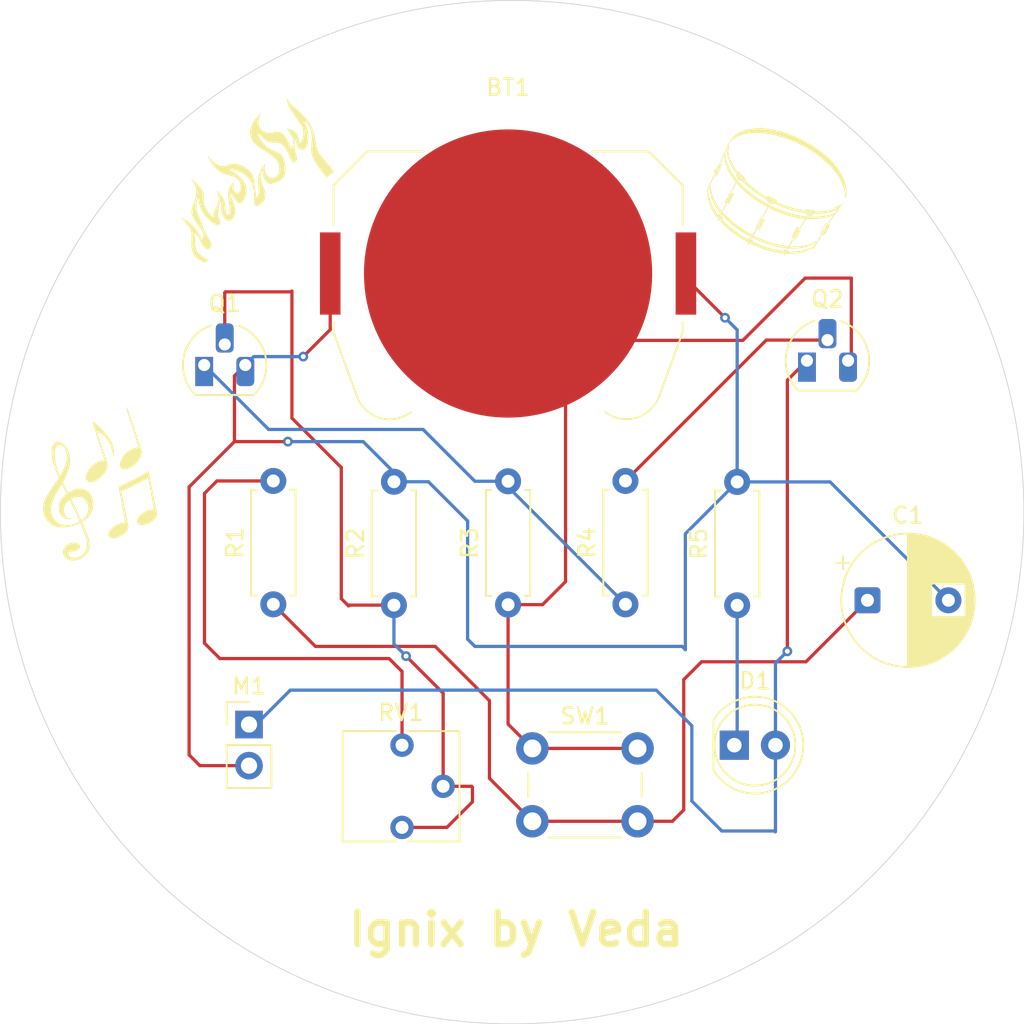
<source format=kicad_pcb>
(kicad_pcb (version 20241229) (generator "pcbnew") (generator_version "9.0")
  (layers (0 "F.Cu" signal) (2 "B.Cu" signal) (13 "F.Paste" user) (15 "B.Paste" user) (5 "F.SilkS" user "F.Silkscreen") (7 "B.SilkS" user "B.Silkscreen") (1 "F.Mask" user) (3 "B.Mask" user) (25 "Edge.Cuts" user))
  (net 0 "")
  (net 1 "Net-(BT1-+)")
  (net 2 "Net-(BT1--)")
  (net 3 "Net-(C1-Pad1)")
  (net 4 "Net-(D1-K)")
  (net 5 "Net-(D1-A)")
  (net 6 "Net-(Q1-C)")
  (net 7 "Net-(Q1-B)")
  (net 8 "Net-(Q2-B)")
  (net 9 "Net-(R1-Pad2)")
  (footprint "Battery:BatteryHolder_Keystone_3034_1x20mm" (layer "F.Cu") (at 124.7 73.81875)
    (property "Reference" "BT1" (at 0 -11.5 0) (layer "F.SilkS"))
    (property "Value" "Battery_Cell")
    (pad "1" smd rect (at -10.985 0) (size 1.27 5.08) (layers "F.Cu" "F.Mask" "F.Paste") (net 1 "Net-(BT1-+)"))
    (pad "1" smd rect (at 10.985 0) (size 1.27 5.08) (layers "F.Cu" "F.Mask" "F.Paste") (net 1 "Net-(BT1-+)"))
    (pad "2" smd circle (at 0 0) (size 17.8 17.8) (layers "F.Cu" "F.Mask") (net 2 "Net-(BT1--)"))
  )
  (footprint "Resistor_THT:R_Axial_DIN0207_L6.3mm_D2.5mm_P7.62mm_Horizontal" (layer "F.Cu") (at 124.7 94.27 90)
    (property "Reference" "R3" (at 3.81 -2.37 90) (layer "F.SilkS"))
    (property "Value" "4.7kΩ")
    (pad "1" thru_hole circle (at 0 0 90) (size 1.6 1.6) (drill 0.8) (layers "*.Cu" "*.Mask") (net 2 "Net-(BT1--)"))
    (pad "2" thru_hole circle (at 7.62 0 90) (size 1.6 1.6) (drill 0.8) (layers "*.Cu" "*.Mask") (net 6 "Net-(Q1-C)"))
  )
  (footprint "Resistor_THT:R_Axial_DIN0207_L6.3mm_D2.5mm_P7.62mm_Horizontal" (layer "F.Cu") (at 138.85 94.31 90)
    (property "Reference" "R5" (at 3.81 -2.37 90) (layer "F.SilkS"))
    (property "Value" "220Ω")
    (pad "1" thru_hole circle (at 0 0 90) (size 1.6 1.6) (drill 0.8) (layers "*.Cu" "*.Mask") (net 4 "Net-(D1-K)"))
    (pad "2" thru_hole circle (at 7.62 0 90) (size 1.6 1.6) (drill 0.8) (layers "*.Cu" "*.Mask") (net 1 "Net-(BT1-+)"))
  )
  (footprint "Package_TO_SOT_THT:TO-92L_HandSolder" (layer "F.Cu") (at 143.16 79.2)
    (property "Reference" "Q2" (at 1.27 -3.8 0) (layer "F.SilkS"))
    (property "Value" "PNP")
    (pad "1" thru_hole rect (at 0 0) (size 1.1 1.8) (drill 0.75 (offset 0 0.4)) (layers "*.Cu" "*.Mask") (net 5 "Net-(D1-A)"))
    (pad "2" thru_hole roundrect (at 1.27 -1.27) (size 1.1 1.8) (drill 0.75 (offset 0 -0.4)) (layers "*.Cu" "*.Mask") (net 8 "Net-(Q2-B)"))
    (pad "3" thru_hole roundrect (at 2.54 0) (size 1.1 1.8) (drill 0.75 (offset 0 0.4)) (layers "*.Cu" "*.Mask") (net 2 "Net-(BT1--)"))
  )
  (footprint "Connector_PinHeader_2.54mm:PinHeader_1x02_P2.54mm_Vertical" (layer "F.Cu") (at 108.7 101.675)
    (property "Reference" "M1" (at 0 -2.38 0) (layer "F.SilkS"))
    (property "Value" "Motor_DC")
    (pad "1" thru_hole rect (at 0 0) (size 1.7 1.7) (drill 1) (layers "*.Cu" "*.Mask") (net 5 "Net-(D1-A)"))
    (pad "2" thru_hole circle (at 0 2.54) (size 1.7 1.7) (drill 1) (layers "*.Cu" "*.Mask") (net 1 "Net-(BT1-+)"))
  )
  (footprint "Package_TO_SOT_THT:TO-92L_HandSolder" (layer "F.Cu") (at 105.93 79.47)
    (property "Reference" "Q1" (at 1.27 -3.8 0) (layer "F.SilkS"))
    (property "Value" "NPN")
    (pad "1" thru_hole rect (at 0 0) (size 1.1 1.8) (drill 0.75 (offset 0 0.4)) (layers "*.Cu" "*.Mask") (net 6 "Net-(Q1-C)"))
    (pad "2" thru_hole roundrect (at 1.27 -1.27) (size 1.1 1.8) (drill 0.75 (offset 0 -0.4)) (layers "*.Cu" "*.Mask") (net 7 "Net-(Q1-B)"))
    (pad "3" thru_hole roundrect (at 2.54 0) (size 1.1 1.8) (drill 0.75 (offset 0 0.4)) (layers "*.Cu" "*.Mask") (net 1 "Net-(BT1-+)"))
  )
  (footprint "LOGO" (layer "F.Cu") (at 141.3 68.75 63)
    (property "Reference" "G***" (hide yes))
    (property "Value" "LOGO" (hide yes))
  )
  (footprint "Button_Switch_THT:SW_PUSH_6mm" (layer "F.Cu") (at 126.2 103.15)
    (property "Reference" "SW1" (at 3.25 -2 0) (layer "F.SilkS"))
    (property "Value" "SW_Push")
    (pad "1" thru_hole circle (at 0 0 90) (size 2 2) (drill 1.1) (layers "*.Cu" "*.Mask") (net 2 "Net-(BT1--)"))
    (pad "1" thru_hole circle (at 6.5 0 90) (size 2 2) (drill 1.1) (layers "*.Cu" "*.Mask") (net 2 "Net-(BT1--)"))
    (pad "2" thru_hole circle (at 0 4.5 90) (size 2 2) (drill 1.1) (layers "*.Cu" "*.Mask") (net 3 "Net-(C1-Pad1)"))
    (pad "2" thru_hole circle (at 6.5 4.5 90) (size 2 2) (drill 1.1) (layers "*.Cu" "*.Mask") (net 3 "Net-(C1-Pad1)"))
  )
  (footprint "Resistor_THT:R_Axial_DIN0207_L6.3mm_D2.5mm_P7.62mm_Horizontal" (layer "F.Cu") (at 110.2 94.25 90)
    (property "Reference" "R1" (at 3.81 -2.37 90) (layer "F.SilkS"))
    (property "Value" "4.7kΩ")
    (pad "1" thru_hole circle (at 0 0 90) (size 1.6 1.6) (drill 0.8) (layers "*.Cu" "*.Mask") (net 3 "Net-(C1-Pad1)"))
    (pad "2" thru_hole circle (at 7.62 0 90) (size 1.6 1.6) (drill 0.8) (layers "*.Cu" "*.Mask") (net 9 "Net-(R1-Pad2)"))
  )
  (footprint "LOGO" (layer "F.Cu") (at 108.45 68 35)
    (property "Reference" "G***" (hide yes))
    (property "Value" "LOGO" (hide yes))
  )
  (footprint "Resistor_THT:R_Axial_DIN0207_L6.3mm_D2.5mm_P7.62mm_Horizontal" (layer "F.Cu") (at 117.65 94.3 90)
    (property "Reference" "R2" (at 3.81 -2.37 90) (layer "F.SilkS"))
    (property "Value" "47kΩ")
    (pad "1" thru_hole circle (at 0 0 90) (size 1.6 1.6) (drill 0.8) (layers "*.Cu" "*.Mask") (net 7 "Net-(Q1-B)"))
    (pad "2" thru_hole circle (at 7.62 0 90) (size 1.6 1.6) (drill 0.8) (layers "*.Cu" "*.Mask") (net 1 "Net-(BT1-+)"))
  )
  (footprint "LOGO" (layer "F.Cu") (at 99.186885 87.025786 20)
    (property "Reference" "G***" (hide yes))
    (property "Value" "LOGO" (hide yes))
  )
  (footprint "Resistor_THT:R_Axial_DIN0207_L6.3mm_D2.5mm_P7.62mm_Horizontal" (layer "F.Cu") (at 131.95 94.25 90)
    (property "Reference" "R4" (at 3.81 -2.37 90) (layer "F.SilkS"))
    (property "Value" "4.7kΩ")
    (pad "1" thru_hole circle (at 0 0 90) (size 1.6 1.6) (drill 0.8) (layers "*.Cu" "*.Mask") (net 6 "Net-(Q1-C)"))
    (pad "2" thru_hole circle (at 7.62 0 90) (size 1.6 1.6) (drill 0.8) (layers "*.Cu" "*.Mask") (net 8 "Net-(Q2-B)"))
  )
  (footprint "LED_THT:LED_D5.0mm" (layer "F.Cu") (at 138.675 102.95)
    (property "Reference" "D1" (at 1.27 -3.96 0) (layer "F.SilkS"))
    (property "Value" "LED")
    (pad "1" thru_hole rect (at 0 0) (size 1.8 1.8) (drill 0.9) (layers "*.Cu" "*.Mask") (net 4 "Net-(D1-K)"))
    (pad "2" thru_hole circle (at 2.54 0) (size 1.8 1.8) (drill 0.9) (layers "*.Cu" "*.Mask") (net 5 "Net-(D1-A)"))
  )
  (footprint "Potentiometer_THT:Potentiometer_Vishay_T73YP_Vertical" (layer "F.Cu") (at 118.15 108.03)
    (property "Reference" "RV1" (at -0.06 -7.09 0) (layer "F.SilkS"))
    (property "Value" "47kΩ")
    (pad "1" thru_hole circle (at 0 0) (size 1.44 1.44) (drill 0.8) (layers "*.Cu" "*.Mask") (net 7 "Net-(Q1-B)"))
    (pad "2" thru_hole circle (at 2.54 -2.54) (size 1.44 1.44) (drill 0.8) (layers "*.Cu" "*.Mask") (net 7 "Net-(Q1-B)"))
    (pad "3" thru_hole circle (at 0 -5.08) (size 1.44 1.44) (drill 0.8) (layers "*.Cu" "*.Mask") (net 9 "Net-(R1-Pad2)"))
  )
  (footprint "Capacitor_THT:CP_Radial_D8.0mm_P5.00mm" (layer "F.Cu") (at 146.897349 94)
    (property "Reference" "C1" (at 2.5 -5.25 0) (layer "F.SilkS"))
    (property "Value" "10µF")
    (pad "1" thru_hole roundrect (at 0 0) (size 1.6 1.6) (drill 0.8) (layers "*.Cu" "*.Mask") (roundrect_rratio 0.15625) (net 3 "Net-(C1-Pad1)"))
    (pad "2" thru_hole circle (at 5 0) (size 1.6 1.6) (drill 0.8) (layers "*.Cu" "*.Mask") (net 1 "Net-(BT1-+)"))
  )
  (gr_circle (center 124.95 88.555696) (end 156.55 89.155696) (stroke (width 0.05)) (fill no) (layer "Edge.Cuts"))
  (gr_text "Ignix by Veda" (at 114.65 115.5 0) (layer "F.SilkS") (effects (font (size 2 2) (thickness 0.4) (bold yes)) (justify left bottom)))
  (segment (start 108.7 104.215) (end 105.665 104.215) (width 0.2) (layer "F.Cu") (net 1))
  (segment (start 105 87) (end 107.55 84.45) (width 0.2) (layer "F.Cu") (net 1))
  (segment (start 105 103.55) (end 105 87) (width 0.2) (layer "F.Cu") (net 1))
  (segment (start 107.8 80.14) (end 107.8 84.2) (width 0.2) (layer "F.Cu") (net 1))
  (segment (start 107.55 84.45) (end 107.8 84.2) (width 0.2) (layer "F.Cu") (net 1))
  (segment (start 108.47 79.47) (end 107.8 80.14) (width 0.2) (layer "F.Cu") (net 1))
  (segment (start 107.8 84.2) (end 111.1 84.2) (width 0.2) (layer "F.Cu") (net 1))
  (segment (start 135.685 74.135) (end 135.685 73.81875) (width 0.2) (layer "F.Cu") (net 1))
  (segment (start 138.1 76.55) (end 135.685 74.135) (width 0.2) (layer "F.Cu") (net 1))
  (segment (start 113.715 73.81875) (end 113.715 77.285) (width 0.2) (layer "F.Cu") (net 1))
  (segment (start 105.665 104.215) (end 105 103.55) (width 0.2) (layer "F.Cu") (net 1))
  (segment (start 113.715 77.285) (end 112.05 78.95) (width 0.2) (layer "F.Cu") (net 1))
  (via (at 138.1 76.55) (size 0.6) (drill 0.3) (layers "F.Cu" "B.Cu") (net 1))
  (via (at 111.1 84.2) (size 0.6) (drill 0.3) (layers "F.Cu" "B.Cu") (net 1))
  (via (at 112.05 78.95) (size 0.6) (drill 0.3) (layers "F.Cu" "B.Cu") (net 1))
  (segment (start 117.65 86.68) (end 119.78 86.68) (width 0.2) (layer "B.Cu") (net 1))
  (segment (start 144.587349 86.69) (end 138.85 86.69) (width 0.2) (layer "B.Cu") (net 1))
  (segment (start 138.85 77.3) (end 138.1 76.55) (width 0.2) (layer "B.Cu") (net 1))
  (segment (start 138.85 86.69) (end 138.85 77.3) (width 0.2) (layer "B.Cu") (net 1))
  (segment (start 119.78 86.68) (end 122.2 89.1) (width 0.2) (layer "B.Cu") (net 1))
  (segment (start 122.65 96.85) (end 135.45 96.85) (width 0.2) (layer "B.Cu") (net 1))
  (segment (start 135.65 89.89) (end 138.85 86.69) (width 0.2) (layer "B.Cu") (net 1))
  (segment (start 151.897349 94) (end 144.587349 86.69) (width 0.2) (layer "B.Cu") (net 1))
  (segment (start 135.45 96.85) (end 135.65 97.05) (width 0.2) (layer "B.Cu") (net 1))
  (segment (start 112.05 78.95) (end 108.99 78.95) (width 0.2) (layer "B.Cu") (net 1))
  (segment (start 117.65 86.1) (end 117.65 86.68) (width 0.2) (layer "B.Cu") (net 1))
  (segment (start 122.2 89.1) (end 122.2 96.4) (width 0.2) (layer "B.Cu") (net 1))
  (segment (start 111.1 84.2) (end 115.75 84.2) (width 0.2) (layer "B.Cu") (net 1))
  (segment (start 115.75 84.2) (end 117.65 86.1) (width 0.2) (layer "B.Cu") (net 1))
  (segment (start 122.2 96.4) (end 122.65 96.85) (width 0.2) (layer "B.Cu") (net 1))
  (segment (start 108.99 78.95) (end 108.47 79.47) (width 0.2) (layer "B.Cu") (net 1))
  (segment (start 135.65 97.05) (end 135.65 89.89) (width 0.2) (layer "B.Cu") (net 1))
  (segment (start 126.83 94.27) (end 128.25 92.85) (width 0.2) (layer "F.Cu") (net 2))
  (segment (start 143.05 74.1) (end 145.9 74.1) (width 0.2) (layer "F.Cu") (net 2))
  (segment (start 128.25 92.85) (end 128.25 77.36875) (width 0.2) (layer "F.Cu") (net 2))
  (segment (start 145.9 74.1) (end 145.9 79) (width 0.2) (layer "F.Cu") (net 2))
  (segment (start 124.7 101.65) (end 124.7 94.27) (width 0.2) (layer "F.Cu") (net 2))
  (segment (start 145.9 79) (end 145.7 79.2) (width 0.2) (layer "F.Cu") (net 2))
  (segment (start 126.2 103.15) (end 124.7 101.65) (width 0.2) (layer "F.Cu") (net 2))
  (segment (start 126.2 103.15) (end 132.7 103.15) (width 0.2) (layer "F.Cu") (net 2))
  (segment (start 124.7 73.81875) (end 128.83125 77.95) (width 0.2) (layer "F.Cu") (net 2))
  (segment (start 128.25 77.36875) (end 124.7 73.81875) (width 0.2) (layer "F.Cu") (net 2))
  (segment (start 124.7 94.27) (end 126.83 94.27) (width 0.2) (layer "F.Cu") (net 2))
  (segment (start 128.83125 77.95) (end 139.2 77.95) (width 0.2) (layer "F.Cu") (net 2))
  (segment (start 139.2 77.95) (end 143.05 74.1) (width 0.2) (layer "F.Cu") (net 2))
  (segment (start 143.097349 97.8) (end 146.897349 94) (width 0.2) (layer "F.Cu") (net 3))
  (segment (start 136.65 97.8) (end 143.097349 97.8) (width 0.2) (layer "F.Cu") (net 3))
  (segment (start 135.55 98.9) (end 136.65 97.8) (width 0.2) (layer "F.Cu") (net 3))
  (segment (start 123.55 105) (end 126.2 107.65) (width 0.2) (layer "F.Cu") (net 3))
  (segment (start 120.2 96.85) (end 123.55 100.2) (width 0.2) (layer "F.Cu") (net 3))
  (segment (start 132.7 107.65) (end 134.85 107.65) (width 0.2) (layer "F.Cu") (net 3))
  (segment (start 123.55 100.2) (end 123.55 105) (width 0.2) (layer "F.Cu") (net 3))
  (segment (start 112.8 96.85) (end 120.2 96.85) (width 0.2) (layer "F.Cu") (net 3))
  (segment (start 135.55 106.95) (end 135.55 98.9) (width 0.2) (layer "F.Cu") (net 3))
  (segment (start 126.2 107.65) (end 132.7 107.65) (width 0.2) (layer "F.Cu") (net 3))
  (segment (start 134.85 107.65) (end 135.55 106.95) (width 0.2) (layer "F.Cu") (net 3))
  (segment (start 110.2 94.25) (end 112.8 96.85) (width 0.2) (layer "F.Cu") (net 3))
  (segment (start 138.85 102.775) (end 138.675 102.95) (width 0.2) (layer "B.Cu") (net 4))
  (segment (start 138.85 94.31) (end 138.85 102.775) (width 0.2) (layer "B.Cu") (net 4))
  (segment (start 141.95 80.41) (end 141.95 97.15) (width 0.2) (layer "F.Cu") (net 5))
  (segment (start 143.16 79.2) (end 141.95 80.41) (width 0.2) (layer "F.Cu") (net 5))
  (via (at 141.95 97.15) (size 0.6) (drill 0.3) (layers "F.Cu" "B.Cu") (net 5))
  (segment (start 141.15 108.25) (end 141.2 108.3) (width 0.2) (layer "B.Cu") (net 5))
  (segment (start 141.2 108.3) (end 141.215 108.285) (width 0.2) (layer "B.Cu") (net 5))
  (segment (start 141.215 108.285) (end 141.215 102.95) (width 0.2) (layer "B.Cu") (net 5))
  (segment (start 141.215 97.885) (end 141.215 102.95) (width 0.2) (layer "B.Cu") (net 5))
  (segment (start 136.05 101.75) (end 136.05 106.4) (width 0.2) (layer "B.Cu") (net 5))
  (segment (start 133.85 99.55) (end 136.05 101.75) (width 0.2) (layer "B.Cu") (net 5))
  (segment (start 136.05 106.4) (end 137.9 108.25) (width 0.2) (layer "B.Cu") (net 5))
  (segment (start 137.9 108.25) (end 141.15 108.25) (width 0.2) (layer "B.Cu") (net 5))
  (segment (start 141.95 97.15) (end 141.215 97.885) (width 0.2) (layer "B.Cu") (net 5))
  (segment (start 108.7 101.675) (end 109.125 101.675) (width 0.2) (layer "B.Cu") (net 5))
  (segment (start 111.25 99.55) (end 133.85 99.55) (width 0.2) (layer "B.Cu") (net 5))
  (segment (start 109.125 101.675) (end 111.25 99.55) (width 0.2) (layer "B.Cu") (net 5))
  (segment (start 124.7 87) (end 124.7 86.65) (width 0.2) (layer "B.Cu") (net 6))
  (segment (start 105.93 79.47) (end 109.91 83.45) (width 0.2) (layer "B.Cu") (net 6))
  (segment (start 119.45 83.45) (end 122.65 86.65) (width 0.2) (layer "B.Cu") (net 6))
  (segment (start 109.91 83.45) (end 119.45 83.45) (width 0.2) (layer "B.Cu") (net 6))
  (segment (start 131.95 94.25) (end 124.7 87) (width 0.2) (layer "B.Cu") (net 6))
  (segment (start 122.65 86.65) (end 124.7 86.65) (width 0.2) (layer "B.Cu") (net 6))
  (segment (start 120.92 108.03) (end 122.5 106.45) (width 0.2) (layer "F.Cu") (net 7))
  (segment (start 114.4 85.8) (end 114.4 93.9) (width 0.2) (layer "F.Cu") (net 7))
  (segment (start 111.35 74.9) (end 111.35 82.75) (width 0.2) (layer "F.Cu") (net 7))
  (segment (start 107.2 78.2) (end 107.2 75) (width 0.2) (layer "F.Cu") (net 7))
  (segment (start 107.2 75) (end 107.25 74.95) (width 0.2) (layer "F.Cu") (net 7))
  (segment (start 114.9 94.3) (end 117.65 94.3) (width 0.2) (layer "F.Cu") (net 7))
  (segment (start 107.25 74.95) (end 111.3 74.95) (width 0.2) (layer "F.Cu") (net 7))
  (segment (start 111.3 74.95) (end 111.35 74.9) (width 0.2) (layer "F.Cu") (net 7))
  (segment (start 122.5 105.55) (end 122.44 105.49) (width 0.2) (layer "F.Cu") (net 7))
  (segment (start 120.69 105.49) (end 120.69 99.74) (width 0.2) (layer "F.Cu") (net 7))
  (segment (start 118.15 108.03) (end 120.92 108.03) (width 0.2) (layer "F.Cu") (net 7))
  (segment (start 111.35 82.75) (end 114.4 85.8) (width 0.2) (layer "F.Cu") (net 7))
  (segment (start 114.4 93.9) (end 114.85 94.35) (width 0.2) (layer "F.Cu") (net 7))
  (segment (start 122.44 105.49) (end 120.69 105.49) (width 0.2) (layer "F.Cu") (net 7))
  (segment (start 114.85 94.35) (end 114.9 94.3) (width 0.2) (layer "F.Cu") (net 7))
  (segment (start 120.69 99.74) (end 118.4 97.45) (width 0.2) (layer "F.Cu") (net 7))
  (segment (start 122.5 106.45) (end 122.5 105.55) (width 0.2) (layer "F.Cu") (net 7))
  (via (at 118.4 97.45) (size 0.6) (drill 0.3) (layers "F.Cu" "B.Cu") (net 7))
  (segment (start 118.4 97.45) (end 117.65 96.7) (width 0.2) (layer "B.Cu") (net 7))
  (segment (start 117.65 96.7) (end 117.65 94.3) (width 0.2) (layer "B.Cu") (net 7))
  (segment (start 131.95 86.63) (end 140.65 77.93) (width 0.2) (layer "F.Cu") (net 8))
  (segment (start 140.65 77.93) (end 144.43 77.93) (width 0.2) (layer "F.Cu") (net 8))
  (segment (start 106.72 86.63) (end 105.95 87.4) (width 0.2) (layer "F.Cu") (net 9))
  (segment (start 106.9 97.6) (end 117.35 97.6) (width 0.2) (layer "F.Cu") (net 9))
  (segment (start 110.2 86.63) (end 106.72 86.63) (width 0.2) (layer "F.Cu") (net 9))
  (segment (start 105.95 96.65) (end 106.9 97.6) (width 0.2) (layer "F.Cu") (net 9))
  (segment (start 117.35 97.6) (end 118.15 98.4) (width 0.2) (layer "F.Cu") (net 9))
  (segment (start 105.95 87.4) (end 105.95 96.65) (width 0.2) (layer "F.Cu") (net 9))
  (segment (start 118.15 98.4) (end 118.15 102.95) (width 0.2) (layer "F.Cu") (net 9))
)
</source>
